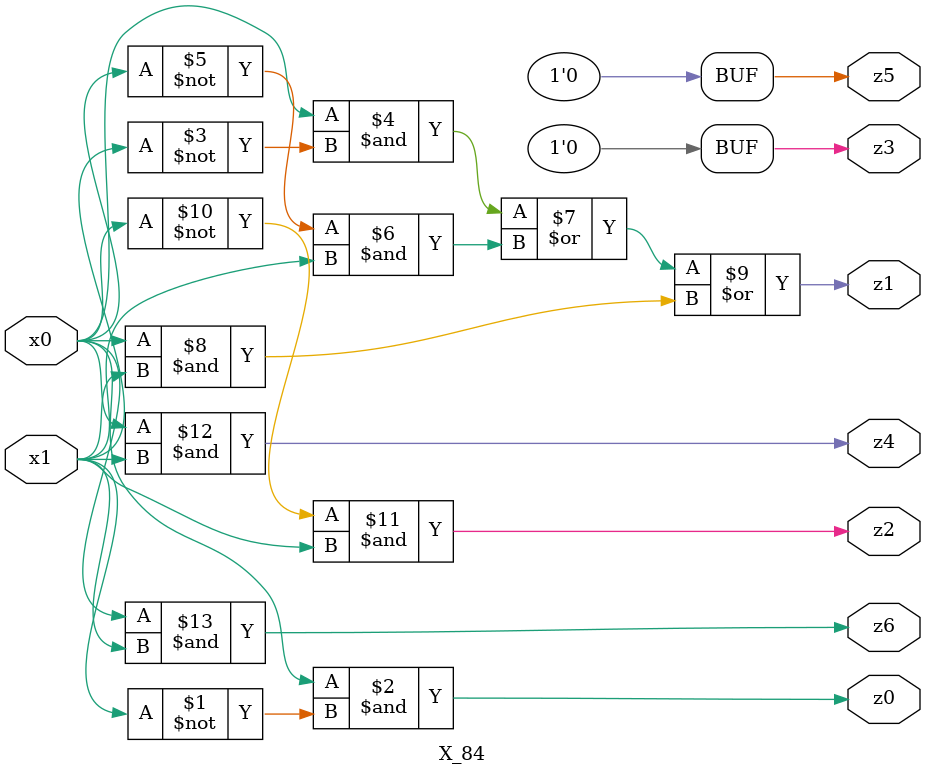
<source format=v>

module X_84 ( 
    x0, x1,
    z0, z1, z2, z3, z4, z5, z6  );
  input  x0, x1;
  output z0, z1, z2, z3, z4, z5, z6;
  assign z0 = x0 & ~x1;
  assign z1 = (x0 & ~x1) | (~x0 & x1) | (x0 & x1);
  assign z2 = ~x0 & x1;
  assign z3 = 1'b0;
  assign z4 = x0 & x1;
  assign z5 = 1'b0;
  assign z6 = x0 & x1;
endmodule



</source>
